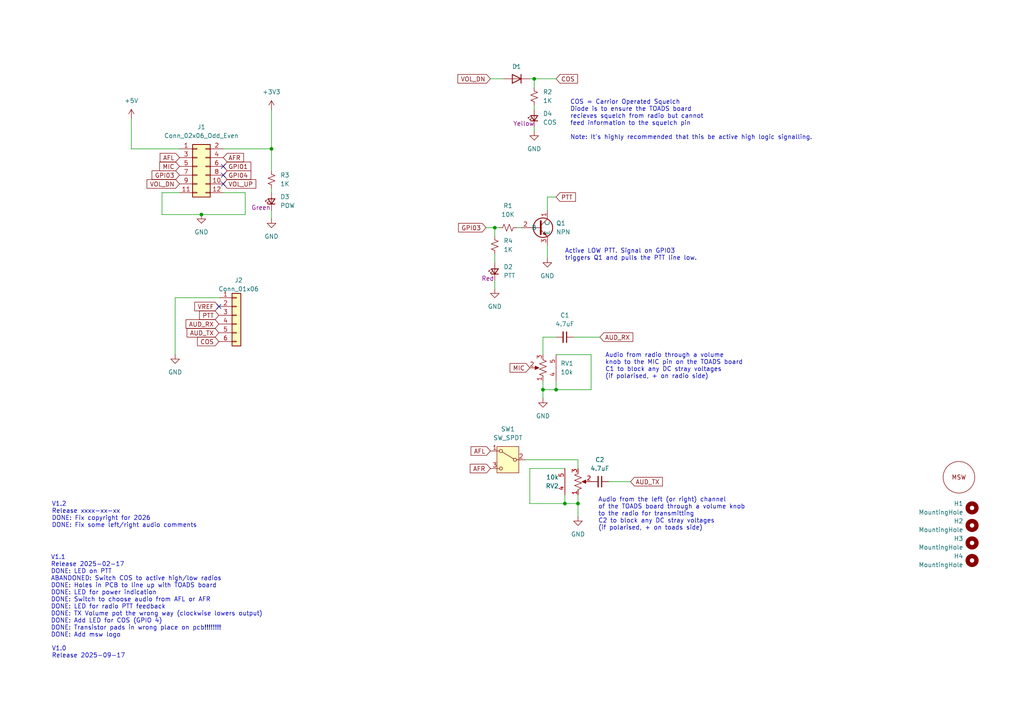
<source format=kicad_sch>
(kicad_sch (version 20250114) (generator "eeschema") (generator_version "9.0")
  (paper "A4")
  (title_block (title "TOADS  Basic Radio Interface") (date "2026-02-17") (rev "1.2") (company "mattsoftware") (comment 1 "©2026 Mattsoftware") (comment 2 "https://www.mattsoftware.com") (comment 3 "Author: Matt Paine VK4TRK") (comment 4 "License: CC By 4.0") (comment 5 "https://creativecommons.org/licenses/by/4.0/ "))
  (lib_symbols
    (symbol "Connector_Generic:Conn_01x06" (pin_names (offset 1.016) (hide yes))
      (property "Reference" "J" (at 0 7.62 0))
      (property "Value" "Conn_01x06" (at 0 -10.16 0))
      (symbol "Conn_01x06_1_1"
        (rectangle (start -1.27 6.35) (end 1.27 -8.89) (stroke (width 0.254)) (fill (type background)))
        (rectangle (start -1.27 5.207) (end 0 4.953) (stroke (width 0.1524)))
        (rectangle (start -1.27 2.667) (end 0 2.413) (stroke (width 0.1524)))
        (rectangle (start -1.27 0.127) (end 0 -0.127) (stroke (width 0.1524)))
        (rectangle (start -1.27 -2.413) (end 0 -2.667) (stroke (width 0.1524)))
        (rectangle (start -1.27 -4.953) (end 0 -5.207) (stroke (width 0.1524)))
        (rectangle (start -1.27 -7.493) (end 0 -7.747) (stroke (width 0.1524)))
        (pin passive line (at -5.08 5.08 0) (length 3.81) (name "Pin_1") (number "1"))
        (pin passive line (at -5.08 2.54 0) (length 3.81) (name "Pin_2") (number "2"))
        (pin passive line (at -5.08 0 0) (length 3.81) (name "Pin_3") (number "3"))
        (pin passive line (at -5.08 -2.54 0) (length 3.81) (name "Pin_4") (number "4"))
        (pin passive line (at -5.08 -5.08 0) (length 3.81) (name "Pin_5") (number "5"))
        (pin passive line (at -5.08 -7.62 0) (length 3.81) (name "Pin_6") (number "6"))
      )
    )
    (symbol "Connector_Generic:Conn_02x06_Odd_Even" (pin_names (offset 1.016) (hide yes))
      (property "Reference" "J" (at 1.27 7.62 0))
      (property "Value" "Conn_02x06_Odd_Even" (at 1.27 -10.16 0))
      (symbol "Conn_02x06_Odd_Even_1_1"
        (rectangle (start -1.27 6.35) (end 3.81 -8.89) (stroke (width 0.254)) (fill (type background)))
        (rectangle (start -1.27 5.207) (end 0 4.953) (stroke (width 0.1524)))
        (rectangle (start -1.27 2.667) (end 0 2.413) (stroke (width 0.1524)))
        (rectangle (start -1.27 0.127) (end 0 -0.127) (stroke (width 0.1524)))
        (rectangle (start -1.27 -2.413) (end 0 -2.667) (stroke (width 0.1524)))
        (rectangle (start -1.27 -4.953) (end 0 -5.207) (stroke (width 0.1524)))
        (rectangle (start -1.27 -7.493) (end 0 -7.747) (stroke (width 0.1524)))
        (rectangle (start 3.81 5.207) (end 2.54 4.953) (stroke (width 0.1524)))
        (rectangle (start 3.81 2.667) (end 2.54 2.413) (stroke (width 0.1524)))
        (rectangle (start 3.81 0.127) (end 2.54 -0.127) (stroke (width 0.1524)))
        (rectangle (start 3.81 -2.413) (end 2.54 -2.667) (stroke (width 0.1524)))
        (rectangle (start 3.81 -4.953) (end 2.54 -5.207) (stroke (width 0.1524)))
        (rectangle (start 3.81 -7.493) (end 2.54 -7.747) (stroke (width 0.1524)))
        (pin passive line (at -5.08 5.08 0) (length 3.81) (name "Pin_1") (number "1"))
        (pin passive line (at -5.08 2.54 0) (length 3.81) (name "Pin_3") (number "3"))
        (pin passive line (at -5.08 0 0) (length 3.81) (name "Pin_5") (number "5"))
        (pin passive line (at -5.08 -2.54 0) (length 3.81) (name "Pin_7") (number "7"))
        (pin passive line (at -5.08 -5.08 0) (length 3.81) (name "Pin_9") (number "9"))
        (pin passive line (at -5.08 -7.62 0) (length 3.81) (name "Pin_11") (number "11"))
        (pin passive line (at 7.62 5.08 180) (length 3.81) (name "Pin_2") (number "2"))
        (pin passive line (at 7.62 2.54 180) (length 3.81) (name "Pin_4") (number "4"))
        (pin passive line (at 7.62 0 180) (length 3.81) (name "Pin_6") (number "6"))
        (pin passive line (at 7.62 -2.54 180) (length 3.81) (name "Pin_8") (number "8"))
        (pin passive line (at 7.62 -5.08 180) (length 3.81) (name "Pin_10") (number "10"))
        (pin passive line (at 7.62 -7.62 180) (length 3.81) (name "Pin_12") (number "12"))
      )
    )
    (symbol "Device:C_Small" (pin_numbers (hide yes)) (pin_names (offset 0.254) (hide yes))
      (property "Reference" "C" (at 0.254 1.778 0))
      (property "Value" "C_Small" (at 0.254 -2.032 0))
      (symbol "C_Small_0_1"
        (polyline (pts (xy -1.524 0.508) (xy 1.524 0.508)) (stroke (width 0.3048)))
        (polyline (pts (xy -1.524 -0.508) (xy 1.524 -0.508)) (stroke (width 0.3302)))
      )
      (symbol "C_Small_1_1"
        (pin passive line (at 0 2.54 270) (length 2.032) (name "~") (number "1"))
        (pin passive line (at 0 -2.54 90) (length 2.032) (name "~") (number "2"))
      )
    )
    (symbol "Device:LED_Small" (pin_numbers (hide yes)) (pin_names (offset 0.254) (hide yes))
      (property "Reference" "D" (at -1.27 3.175 0))
      (property "Value" "LED_Small" (at -4.445 -2.54 0))
      (symbol "LED_Small_0_1"
        (polyline (pts (xy -0.762 -1.016) (xy -0.762 1.016)) (stroke (width 0.254)))
        (polyline (pts (xy 0 0.762) (xy -0.508 1.27) (xy -0.254 1.27) (xy -0.508 1.27) (xy -0.508 1.016)))
        (polyline (pts (xy 0.508 1.27) (xy 0 1.778) (xy 0.254 1.778) (xy 0 1.778) (xy 0 1.524)))
        (polyline (pts (xy 0.762 -1.016) (xy -0.762 0) (xy 0.762 1.016) (xy 0.762 -1.016)) (stroke (width 0.254)))
        (polyline (pts (xy 1.016 0) (xy -0.762 0)))
      )
      (symbol "LED_Small_1_1"
        (pin passive line (at -2.54 0 0) (length 1.778) (name "K") (number "1"))
        (pin passive line (at 2.54 0 180) (length 1.778) (name "A") (number "2"))
      )
    )
    (symbol "Device:R_Small_US" (pin_numbers (hide yes)) (pin_names (offset 0.254) (hide yes))
      (property "Reference" "R" (at 0.762 0.508 0))
      (property "Value" "R_Small_US" (at 0.762 -1.016 0))
      (symbol "R_Small_US_1_1"
        (polyline (pts (xy 0 1.524) (xy 1.016 1.143) (xy 0 0.762) (xy -1.016 0.381) (xy 0 0)))
        (polyline (pts (xy 0 0) (xy 1.016 -0.381) (xy 0 -0.762) (xy -1.016 -1.143) (xy 0 -1.524)))
        (pin passive line (at 0 2.54 270) (length 1.016) (name "~") (number "1"))
        (pin passive line (at 0 -2.54 90) (length 1.016) (name "~") (number "2"))
      )
    )
    (symbol "Diode:1N914" (pin_numbers (hide yes)) (pin_names (hide yes))
      (property "Reference" "D" (at 0 2.54 0))
      (property "Value" "1N914" (at 0 -2.54 0))
      (symbol "1N914_0_1"
        (polyline (pts (xy -1.27 1.27) (xy -1.27 -1.27)) (stroke (width 0.254)))
        (polyline (pts (xy 1.27 1.27) (xy 1.27 -1.27) (xy -1.27 0) (xy 1.27 1.27)) (stroke (width 0.254)))
        (polyline (pts (xy 1.27 0) (xy -1.27 0)))
      )
      (symbol "1N914_1_1"
        (pin passive line (at -3.81 0 0) (length 2.54) (name "K") (number "1"))
        (pin passive line (at 3.81 0 180) (length 2.54) (name "A") (number "2"))
      )
    )
    (symbol "Matt:MSW_Logo"
      (symbol "MSW_Logo_0_1"
        (circle (center 0 0) (radius 4.5791))
      )
      (symbol "MSW_Logo_1_1"
        (text "MSW" (at 0 0 0) (effects (font (size 1.27 1.27))))
      )
    )
    (symbol "Matt:NPN-C2145"
      (property "Reference" "Q" (at 2.794 1.016 0))
      (property "Value" "NPN" (at 4.064 -1.016 0))
      (symbol "NPN-C2145_0_1"
        (polyline (pts (xy -5.08 0) (xy -1.905 0)) (stroke (width 0.1524)))
        (polyline (pts (xy -1.905 1.905) (xy -1.905 -1.905) (xy -1.905 -1.905)) (stroke (width 0.508)))
        (polyline (pts (xy -1.905 0.635) (xy 0 2.54)))
        (polyline (pts (xy -1.905 -0.635) (xy 0 -2.54) (xy 0 -2.54)))
        (circle (center -1.27 0) (radius 2.8194) (stroke (width 0.254)))
        (polyline (pts (xy -1.27 -1.778) (xy -0.762 -1.27) (xy -0.254 -2.286) (xy -1.27 -1.778) (xy -1.27 -1.778)) (fill (type outline)))
        (polyline (pts (xy 0.254 -1.27) (xy 0.254 -1.27)) (stroke (width 0.1524)))
        (polyline (pts (xy 0.254 -1.27) (xy 0.254 -1.27)) (stroke (width 0.1524)))
      )
      (symbol "NPN-C2145_1_1"
        (pin input line (at -7.62 0 0) (length 2.54) (name "B") (number "2"))
        (pin open_collector line (at 0 5.08 270) (length 2.54) (name "C") (number "1"))
        (pin open_emitter line (at 0 -5.08 90) (length 2.54) (name "E") (number "3"))
      )
    )
    (symbol "Matt:R_Potentiometer-10k-C361173"
      (property "Reference" "RV" (at -7.874 1.016 0))
      (property "Value" "10k" (at -7.874 -1.016 0))
      (symbol "R_Potentiometer-10k-C361173_0_1"
        (polyline (pts (xy 0 2.54) (xy 0 2.286)))
        (polyline (pts (xy 0 2.286) (xy 1.016 1.905) (xy 0 1.524) (xy -1.016 1.143) (xy 0 0.762)))
        (polyline (pts (xy 0 0.762) (xy 1.016 0.381) (xy 0 0) (xy -1.016 -0.381) (xy 0 -0.762)))
        (polyline (pts (xy 0 -0.762) (xy 1.016 -1.143) (xy 0 -1.524) (xy -1.016 -1.905) (xy 0 -2.286)))
        (polyline (pts (xy 0 -2.286) (xy 0 -2.54)))
        (polyline (pts (xy 1.143 0) (xy 2.286 0.508) (xy 2.286 -0.508) (xy 1.143 0)) (fill (type outline)))
        (polyline (pts (xy 2.54 0) (xy 1.524 0)))
      )
      (symbol "R_Potentiometer-10k-C361173_1_1"
        (pin passive line (at -3.81 3.81 270) (length 3.81) (name "") (number "4"))
        (pin passive line (at -3.81 -3.81 90) (length 3.81) (name "") (number "5"))
        (pin passive line (at 0 3.81 270) (length 1.27) (name "") (number "1"))
        (pin passive line (at 0 -3.81 90) (length 1.27) (name "") (number "3"))
        (pin passive line (at 3.81 0 180) (length 1.27) (name "") (number "2"))
      )
    )
    (symbol "Mechanical:MountingHole" (pin_names (offset 1.016)) (in_bom no)
      (property "Reference" "H" (at 0 5.08 0))
      (property "Value" "MountingHole" (at 0 3.175 0))
      (symbol "MountingHole_0_1"
        (circle (center 0 0) (radius 1.27) (stroke (width 1.27)))
      )
    )
    (symbol "Switch:SW_SPDT" (pin_names (offset 0) (hide yes))
      (property "Reference" "SW" (at 0 5.08 0))
      (property "Value" "SW_SPDT" (at 0 -5.08 0))
      (symbol "SW_SPDT_0_1"
        (circle (center -2.032 0) (radius 0.4572))
        (polyline (pts (xy -1.651 0.254) (xy 1.651 2.286)))
        (circle (center 2.032 2.54) (radius 0.4572))
        (circle (center 2.032 -2.54) (radius 0.4572))
      )
      (symbol "SW_SPDT_1_1"
        (rectangle (start -3.175 3.81) (end 3.175 -3.81) (fill (type background)))
        (pin passive line (at -5.08 0 0) (length 2.54) (name "B") (number "2"))
        (pin passive line (at 5.08 2.54 180) (length 2.54) (name "A") (number "1"))
        (pin passive line (at 5.08 -2.54 180) (length 2.54) (name "C") (number "3"))
      )
    )
    (symbol "power:+3V3" (power) (pin_numbers (hide yes)) (pin_names (offset 0) (hide yes))
      (property "Value" "+3V3" (at 0 3.556 0))
      (symbol "+3V3_0_1"
        (polyline (pts (xy -0.762 1.27) (xy 0 2.54)))
        (polyline (pts (xy 0 2.54) (xy 0.762 1.27)))
        (polyline (pts (xy 0 0) (xy 0 2.54)))
      )
      (symbol "+3V3_1_1"
        (pin power_in line (at 0 0 90) (length 0) (name "~") (number "1"))
      )
    )
    (symbol "power:+5V" (power) (pin_numbers (hide yes)) (pin_names (offset 0) (hide yes))
      (property "Value" "+5V" (at 0 3.556 0))
      (symbol "+5V_0_1"
        (polyline (pts (xy -0.762 1.27) (xy 0 2.54)))
        (polyline (pts (xy 0 2.54) (xy 0.762 1.27)))
        (polyline (pts (xy 0 0) (xy 0 2.54)))
      )
      (symbol "+5V_1_1"
        (pin power_in line (at 0 0 90) (length 0) (name "~") (number "1"))
      )
    )
    (symbol "power:GND" (power) (pin_numbers (hide yes)) (pin_names (offset 0) (hide yes))
      (property "Value" "GND" (at 0 -3.81 0))
      (symbol "GND_0_1"
        (polyline (pts (xy 0 0) (xy 0 -1.27) (xy 1.27 -1.27) (xy 0 -2.54) (xy -1.27 -1.27) (xy 0 -1.27)))
      )
      (symbol "GND_1_1"
        (pin power_in line (at 0 0 270) (length 0) (name "~") (number "1"))
      )
    )
  )
  (text "Audio from radio through a volume \nknob to the MIC pin on the TOADS board\nC1 to block any DC stray voltages\n(if polarised, + on radio side)" (at 175.514 106.172 0) (effects (font (size 1.27 1.27)) (justify left)))
  (text "Audio from the left (or right) channel \nof the TOADS board through a volume knob \nto the radio for transmitting\nC2 to block any DC stray voltages\n(if polarised, + on toads side)" (at 173.482 149.098 0) (effects (font (size 1.27 1.27)) (justify left)))
  (text "COS = Carrior Operated Squelch\nDiode is to ensure the TOADS board \nrecieves squelch from radio but cannot \nfeed information to the squelch pin\n\nNote: It's highly recommended that this be active high logic signalling. \n" (at 165.354 34.798 0) (effects (font (size 1.27 1.27)) (justify left)))
  (text "V1.1\nRelease 2025-02-17\nDONE: LED on PTT\nABANDONED: Switch COS to active high/low radios\nDONE: Holes in PCB to line up with TOADS board\nDONE: LED for power indication\nDONE: Switch to choose audio from AFL or AFR\nDONE: LED for radio PTT feedback\nDONE: TX Volume pot the wrong way (clockwise lowers output)\nDONE: Add LED for COS (GPIO 4)\nDONE: Transistor pads in wrong place on pcb!!!!!!!!\nDONE: Add msw logo\n" (at 14.732 172.974 0) (effects (font (size 1.27 1.27)) (justify left)))
  (text "V1.0\nRelease 2025-09-17" (at 14.986 189.23 0) (effects (font (size 1.27 1.27)) (justify left)))
  (text "V1.2\nRelease xxxx-xx-xx\nDONE: Fix copyright for 2026\nDONE: Fix some left/right audio comments\n" (at 14.986 149.352 0) (effects (font (size 1.27 1.27)) (justify left)))
  (text "Active LOW PTT. Signal on GPI03 \ntriggers Q1 and pulls the PTT line low." (at 163.83 73.914 0) (effects (font (size 1.27 1.27)) (justify left)))
  (junction (at 163.83 146.05))
  (junction (at 157.48 113.03))
  (junction (at 161.29 113.03))
  (junction (at 167.64 146.05))
  (junction (at 78.74 43.18))
  (junction (at 58.42 62.23))
  (junction (at 154.94 22.86))
  (junction (at 143.51 66.04))
  (no_connect (at 63.5 88.9))
  (no_connect (at 64.77 53.34))
  (no_connect (at 64.77 50.8))
  (no_connect (at 64.77 48.26))
  (wire (pts (xy 71.12 62.23) (xy 58.42 62.23)))
  (wire (pts (xy 78.74 63.5) (xy 78.74 60.96)))
  (wire (pts (xy 163.83 135.89) (xy 153.67 135.89)))
  (wire (pts (xy 158.75 57.15) (xy 161.29 57.15)))
  (wire (pts (xy 161.29 102.87) (xy 171.45 102.87)))
  (wire (pts (xy 167.64 133.35) (xy 167.64 135.89)))
  (wire (pts (xy 157.48 110.49) (xy 157.48 113.03)))
  (wire (pts (xy 154.94 22.86) (xy 161.29 22.86)))
  (wire (pts (xy 143.51 83.82) (xy 143.51 81.28)))
  (wire (pts (xy 161.29 110.49) (xy 161.29 113.03)))
  (wire (pts (xy 78.74 55.88) (xy 78.74 54.61)))
  (wire (pts (xy 46.99 62.23) (xy 58.42 62.23)))
  (wire (pts (xy 153.67 135.89) (xy 153.67 146.05)))
  (wire (pts (xy 143.51 73.66) (xy 143.51 76.2)))
  (wire (pts (xy 149.86 66.04) (xy 151.13 66.04)))
  (wire (pts (xy 50.8 86.36) (xy 63.5 86.36)))
  (wire (pts (xy 167.64 143.51) (xy 167.64 146.05)))
  (wire (pts (xy 142.24 22.86) (xy 146.05 22.86)))
  (wire (pts (xy 52.07 55.88) (xy 46.99 55.88)))
  (wire (pts (xy 161.29 113.03) (xy 171.45 113.03)))
  (wire (pts (xy 176.53 139.7) (xy 182.88 139.7)))
  (wire (pts (xy 78.74 43.18) (xy 78.74 49.53)))
  (wire (pts (xy 50.8 102.87) (xy 50.8 86.36)))
  (wire (pts (xy 143.51 66.04) (xy 144.78 66.04)))
  (wire (pts (xy 38.1 34.29) (xy 38.1 43.18)))
  (wire (pts (xy 154.94 31.75) (xy 154.94 30.48)))
  (wire (pts (xy 163.83 143.51) (xy 163.83 146.05)))
  (wire (pts (xy 154.94 38.1) (xy 154.94 36.83)))
  (wire (pts (xy 171.45 102.87) (xy 171.45 113.03)))
  (wire (pts (xy 71.12 55.88) (xy 71.12 62.23)))
  (wire (pts (xy 152.4 133.35) (xy 167.64 133.35)))
  (wire (pts (xy 161.29 97.79) (xy 157.48 97.79)))
  (wire (pts (xy 140.97 66.04) (xy 143.51 66.04)))
  (wire (pts (xy 167.64 146.05) (xy 167.64 149.86)))
  (wire (pts (xy 38.1 43.18) (xy 52.07 43.18)))
  (wire (pts (xy 158.75 71.12) (xy 158.75 74.93)))
  (wire (pts (xy 78.74 43.18) (xy 64.77 43.18)))
  (wire (pts (xy 157.48 113.03) (xy 161.29 113.03)))
  (wire (pts (xy 78.74 31.75) (xy 78.74 43.18)))
  (wire (pts (xy 154.94 25.4) (xy 154.94 22.86)))
  (wire (pts (xy 46.99 55.88) (xy 46.99 62.23)))
  (wire (pts (xy 153.67 146.05) (xy 163.83 146.05)))
  (wire (pts (xy 64.77 55.88) (xy 71.12 55.88)))
  (wire (pts (xy 157.48 113.03) (xy 157.48 115.57)))
  (wire (pts (xy 163.83 146.05) (xy 167.64 146.05)))
  (wire (pts (xy 143.51 66.04) (xy 143.51 68.58)))
  (wire (pts (xy 157.48 97.79) (xy 157.48 102.87)))
  (wire (pts (xy 158.75 57.15) (xy 158.75 60.96)))
  (wire (pts (xy 166.37 97.79) (xy 173.99 97.79)))
  (wire (pts (xy 153.67 22.86) (xy 154.94 22.86)))
  (global_label "COS" (shape input) (at 63.5 99.06 180) (property "Intersheetrefs" "${INTERSHEET_REFS}" (effects (hide yes))))
  (global_label "AUD_TX" (shape input) (at 63.5 96.52 180) (property "Intersheetrefs" "${INTERSHEET_REFS}" (effects (hide yes))))
  (global_label "GPI01" (shape input) (at 64.77 48.26 0) (property "Intersheetrefs" "${INTERSHEET_REFS}" (effects (hide yes))))
  (global_label "VOL_DN" (shape input) (at 52.07 53.34 180) (property "Intersheetrefs" "${INTERSHEET_REFS}" (effects (hide yes))))
  (global_label "VREF" (shape input) (at 63.5 88.9 180) (property "Intersheetrefs" "${INTERSHEET_REFS}" (effects (hide yes))))
  (global_label "VOL_DN" (shape input) (at 142.24 22.86 180) (property "Intersheetrefs" "${INTERSHEET_REFS}" (effects (hide yes))))
  (global_label "AUD_RX" (shape input) (at 173.99 97.79 0) (property "Intersheetrefs" "${INTERSHEET_REFS}" (effects (hide yes))))
  (global_label "MIC" (shape input) (at 52.07 48.26 180) (property "Intersheetrefs" "${INTERSHEET_REFS}" (effects (hide yes))))
  (global_label "AUD_TX" (shape input) (at 182.88 139.7 0) (property "Intersheetrefs" "${INTERSHEET_REFS}" (effects (hide yes))))
  (global_label "COS" (shape input) (at 161.29 22.86 0) (property "Intersheetrefs" "${INTERSHEET_REFS}" (effects (hide yes))))
  (global_label "AFL" (shape input) (at 142.24 130.81 180) (property "Intersheetrefs" "${INTERSHEET_REFS}" (effects (hide yes))))
  (global_label "AUD_RX" (shape input) (at 63.5 93.98 180) (property "Intersheetrefs" "${INTERSHEET_REFS}" (effects (hide yes))))
  (global_label "PTT" (shape input) (at 161.29 57.15 0) (property "Intersheetrefs" "${INTERSHEET_REFS}" (effects (hide yes))))
  (global_label "AFL" (shape input) (at 52.07 45.72 180) (property "Intersheetrefs" "${INTERSHEET_REFS}" (effects (hide yes))))
  (global_label "VOL_UP" (shape input) (at 64.77 53.34 0) (property "Intersheetrefs" "${INTERSHEET_REFS}" (effects (hide yes))))
  (global_label "PTT" (shape input) (at 63.5 91.44 180) (property "Intersheetrefs" "${INTERSHEET_REFS}" (effects (hide yes))))
  (global_label "MIC" (shape input) (at 153.67 106.68 180) (property "Intersheetrefs" "${INTERSHEET_REFS}" (effects (hide yes))))
  (global_label "AFR" (shape input) (at 64.77 45.72 0) (property "Intersheetrefs" "${INTERSHEET_REFS}" (effects (hide yes))))
  (global_label "AFR" (shape input) (at 142.24 135.89 180) (property "Intersheetrefs" "${INTERSHEET_REFS}" (effects (hide yes))))
  (global_label "GPI04" (shape input) (at 64.77 50.8 0) (property "Intersheetrefs" "${INTERSHEET_REFS}" (effects (hide yes))))
  (global_label "GPI03" (shape input) (at 140.97 66.04 180) (property "Intersheetrefs" "${INTERSHEET_REFS}" (effects (hide yes))))
  (global_label "GPI03" (shape input) (at 52.07 50.8 180) (property "Intersheetrefs" "${INTERSHEET_REFS}" (effects (hide yes))))
  (symbol (lib_id "power:GND") (at 157.48 115.57 0) (unit 1)
    (property "Reference" "#PWR05" (effects (hide yes)))
    (property "Value" "GND" (at 157.48 120.65 0))
    (property "Description" "Power symbol creates a global label with name \"GND\" , ground" (effects (hide yes)))
  )
  (symbol (lib_id "power:GND") (at 158.75 74.93 0) (unit 1)
    (property "Reference" "#PWR04" (effects (hide yes)))
    (property "Value" "GND" (at 158.75 80.01 0))
    (property "Description" "Power symbol creates a global label with name \"GND\" , ground" (effects (hide yes)))
  )
  (symbol (lib_id "Device:R_Small_US") (at 147.32 66.04 90) (unit 1)
    (property "Reference" "R1" (at 147.32 59.69 90))
    (property "Value" "10K" (at 147.32 62.23 90))
    (property "Footprint" "Resistor_SMD:R_0805_2012Metric_Pad1.20x1.40mm_HandSolder" (effects (hide yes)))
    (property "Description" "Resistor, small US symbol" (effects (hide yes)))
    (property "LCSC#" "C17414" (effects (hide yes)))
  )
  (symbol (lib_id "Device:R_Small_US") (at 143.51 71.12 0) (unit 1)
    (property "Reference" "R4" (at 146.05 69.8499 0) (effects (justify left)))
    (property "Value" "1K" (at 146.05 72.3899 0) (effects (justify left)))
    (property "Footprint" "Resistor_SMD:R_0805_2012Metric_Pad1.20x1.40mm_HandSolder" (effects (hide yes)))
    (property "Description" "Resistor, small US symbol" (effects (hide yes)))
    (property "LCSC#" "C17513" (effects (hide yes)))
  )
  (symbol (lib_id "power:+3V3") (at 78.74 31.75 0) (unit 1)
    (property "Reference" "#PWR03" (effects (hide yes)))
    (property "Value" "+3V3" (at 78.74 26.67 0))
    (property "Description" "Power symbol creates a global label with name \"+3V3\"" (effects (hide yes)))
  )
  (symbol (lib_id "Device:C_Small") (at 163.83 97.79 270) (unit 1)
    (property "Reference" "C1" (at 163.8236 91.44 90))
    (property "Value" "4.7uF" (at 163.8236 93.98 90))
    (property "Footprint" "Capacitor_SMD:C_0805_2012Metric_Pad1.18x1.45mm_HandSolder" (effects (hide yes)))
    (property "Description" "Unpolarized capacitor, small symbol" (effects (hide yes)))
    (property "LCSC#" "C1779" (effects (hide yes)))
  )
  (symbol (lib_id "power:GND") (at 154.94 38.1 0) (unit 1)
    (property "Reference" "#PWR010" (effects (hide yes)))
    (property "Value" "GND" (at 154.94 43.18 0))
    (property "Description" "Power symbol creates a global label with name \"GND\" , ground" (effects (hide yes)))
  )
  (symbol (lib_id "Diode:1N914") (at 149.86 22.86 180) (unit 1)
    (property "Reference" "D1" (at 149.86 19.304 0))
    (property "Value" "~" (at 149.86 19.05 0))
    (property "Footprint" "PCM_JLCPCB:D_SOD-123FL" (effects (hide yes)))
    (property "LCSC#" "C64898" (effects (hide yes)))
  )
  (symbol (lib_id "Device:R_Small_US") (at 154.94 27.94 0) (unit 1)
    (property "Reference" "R2" (at 157.48 26.6699 0) (effects (justify left)))
    (property "Value" "1K" (at 157.48 29.2099 0) (effects (justify left)))
    (property "Footprint" "Resistor_SMD:R_0805_2012Metric_Pad1.20x1.40mm_HandSolder" (effects (hide yes)))
    (property "Description" "Resistor, small US symbol" (effects (hide yes)))
    (property "LCSC#" "C17513" (effects (hide yes)))
  )
  (symbol (lib_id "Mechanical:MountingHole") (at 281.94 162.56 0) (mirror y) (unit 1) (in_bom no)
    (property "Reference" "H4" (at 279.4 161.2899 0) (effects (justify left)))
    (property "Value" "MountingHole" (at 279.4 163.8299 0) (effects (justify left)))
    (property "Footprint" "MountingHole:MountingHole_2.5mm_Pad" (effects (hide yes)))
    (property "Description" "Mounting Hole without connection" (effects (hide yes)))
  )
  (symbol (lib_id "power:GND") (at 167.64 149.86 0) (unit 1)
    (property "Reference" "#PWR06" (effects (hide yes)))
    (property "Value" "GND" (at 167.64 154.94 0))
    (property "Description" "Power symbol creates a global label with name \"GND\" , ground" (effects (hide yes)))
  )
  (symbol (lib_id "Device:LED_Small") (at 143.51 78.74 90) (unit 1)
    (property "Reference" "D2" (at 146.05 77.4064 90) (effects (justify right)))
    (property "Value" "PTT" (at 146.05 79.9464 90) (effects (justify right)))
    (property "Footprint" "LED_SMD:LED_0805_2012Metric" (effects (hide yes)))
    (property "Description" "Light emitting diode, small symbol" (effects (hide yes)))
    (property "Sim.Pin" "1=K 2=A" (effects (hide yes)))
    (property "LCSC#" "C84256" (effects (hide yes)))
    (property "Colour" "Red" (at 141.478 80.772 90))
  )
  (symbol (lib_id "Device:LED_Small") (at 154.94 34.29 90) (unit 1)
    (property "Reference" "D4" (at 157.48 32.9564 90) (effects (justify right)))
    (property "Value" "COS" (at 157.48 35.4964 90) (effects (justify right)))
    (property "Footprint" "LED_SMD:LED_0805_2012Metric" (effects (hide yes)))
    (property "Description" "Light emitting diode, small symbol" (effects (hide yes)))
    (property "Sim.Pin" "1=K 2=A" (effects (hide yes)))
    (property "LCSC#" "C2296" (effects (hide yes)))
    (property "Colour" "Yellow" (at 151.892 35.814 90))
  )
  (symbol (lib_id "Matt:MSW_Logo") (at 278.13 138.43 0) (unit 1) (in_bom no)
    (property "Reference" "U1" (effects (hide yes)))
    (property "Value" "MSW_Logo" (effects (hide yes)))
    (property "Footprint" "Matt:MSW" (effects (hide yes)))
  )
  (symbol (lib_id "Mechanical:MountingHole") (at 281.94 157.48 0) (mirror y) (unit 1) (in_bom no)
    (property "Reference" "H3" (at 279.4 156.2099 0) (effects (justify left)))
    (property "Value" "MountingHole" (at 279.4 158.7499 0) (effects (justify left)))
    (property "Footprint" "MountingHole:MountingHole_2.5mm_Pad" (effects (hide yes)))
    (property "Description" "Mounting Hole without connection" (effects (hide yes)))
  )
  (symbol (lib_id "power:GND") (at 143.51 83.82 0) (unit 1)
    (property "Reference" "#PWR07" (effects (hide yes)))
    (property "Value" "GND" (at 143.51 88.9 0))
    (property "Description" "Power symbol creates a global label with name \"GND\" , ground" (effects (hide yes)))
  )
  (symbol (lib_id "Matt:R_Potentiometer-10k-C361173") (at 157.48 106.68 180) (unit 1)
    (property "Reference" "RV1" (at 162.56 105.4099 0) (effects (justify right)))
    (property "Value" "10k" (at 162.56 107.9499 0) (effects (justify right)))
    (property "Footprint" "Matt:R_Potentiometer-10k-C361173" (effects (hide yes)))
    (property "Datasheet" "https://jlcpcb.com/api/file/downloadByFileSystemAccessId/8588896484305063936" (effects (hide yes)))
    (property "Description" "Potentiometer, US symbol" (effects (hide yes)))
    (property "LCSC#" "C361173" (effects (hide yes)))
  )
  (symbol (lib_id "power:GND") (at 78.74 63.5 0) (unit 1)
    (property "Reference" "#PWR08" (effects (hide yes)))
    (property "Value" "GND" (at 78.74 68.58 0))
    (property "Description" "Power symbol creates a global label with name \"GND\" , ground" (effects (hide yes)))
  )
  (symbol (lib_id "Connector_Generic:Conn_01x06") (at 68.58 91.44 0) (unit 1)
    (property "Reference" "J2" (at 69.215 81.28 0))
    (property "Value" "Conn_01x06" (at 69.215 83.82 0))
    (property "Footprint" "Connector_PinHeader_2.54mm:PinHeader_1x06_P2.54mm_Vertical" (effects (hide yes)))
    (property "Description" "Generic connector, single row, 01x06, script generated (kicad-library-utils/schlib/autogen/connector/)" (effects (hide yes)))
    (property "LCSC#" "C37208" (effects (hide yes)))
  )
  (symbol (lib_id "Mechanical:MountingHole") (at 281.94 147.32 0) (mirror y) (unit 1) (in_bom no)
    (property "Reference" "H1" (at 279.4 146.0499 0) (effects (justify left)))
    (property "Value" "MountingHole" (at 279.4 148.5899 0) (effects (justify left)))
    (property "Footprint" "MountingHole:MountingHole_2.5mm_Pad" (effects (hide yes)))
    (property "Description" "Mounting Hole without connection" (effects (hide yes)))
  )
  (symbol (lib_id "Matt:NPN-C2145") (at 158.75 66.04 0) (unit 1)
    (property "Reference" "Q1" (at 161.29 64.7699 0) (effects (justify left)))
    (property "Value" "NPN" (at 161.29 67.3099 0) (effects (justify left)))
    (property "Footprint" "Package_TO_SOT_SMD:SOT-23_Handsoldering" (effects (hide yes)))
    (property "LCSC#" "C2145" (effects (hide yes)))
  )
  (symbol (lib_id "Device:R_Small_US") (at 78.74 52.07 0) (unit 1)
    (property "Reference" "R3" (at 81.28 50.7999 0) (effects (justify left)))
    (property "Value" "1K" (at 81.28 53.3399 0) (effects (justify left)))
    (property "Footprint" "Resistor_SMD:R_0805_2012Metric_Pad1.20x1.40mm_HandSolder" (effects (hide yes)))
    (property "Description" "Resistor, small US symbol" (effects (hide yes)))
    (property "LCSC#" "C17513" (effects (hide yes)))
  )
  (symbol (lib_id "power:GND") (at 58.42 62.23 0) (unit 1)
    (property "Reference" "#PWR01" (effects (hide yes)))
    (property "Value" "GND" (at 58.42 67.31 0))
    (property "Description" "Power symbol creates a global label with name \"GND\" , ground" (effects (hide yes)))
  )
  (symbol (lib_id "Connector_Generic:Conn_02x06_Odd_Even") (at 57.15 48.26 0) (unit 1)
    (property "Reference" "J1" (at 58.42 36.83 0))
    (property "Value" "Conn_02x06_Odd_Even" (at 58.42 39.37 0))
    (property "Footprint" "Connector_PinHeader_2.54mm:PinHeader_2x06_P2.54mm_Vertical" (effects (hide yes)))
    (property "Description" "Generic connector, double row, 02x06, odd/even pin numbering scheme (row 1 odd numbers, row 2 even numbers), script generated (kicad-library-utils/schlib/autogen/connector/)" (effects (hide yes)))
    (property "LCSC#" "C124388" (effects (hide yes)))
  )
  (symbol (lib_id "Device:LED_Small") (at 78.74 58.42 90) (unit 1)
    (property "Reference" "D3" (at 81.28 57.0864 90) (effects (justify right)))
    (property "Value" "POW" (at 81.28 59.6264 90) (effects (justify right)))
    (property "Footprint" "LED_SMD:LED_0805_2012Metric" (effects (hide yes)))
    (property "Description" "Light emitting diode, small symbol" (effects (hide yes)))
    (property "Sim.Pin" "1=K 2=A" (effects (hide yes)))
    (property "LCSC#" "C2297" (effects (hide yes)))
    (property "Colour" "Green" (at 75.692 60.198 90))
  )
  (symbol (lib_id "Matt:R_Potentiometer-10k-C361173") (at 167.64 139.7 0) (mirror x) (unit 1)
    (property "Reference" "RV2" (at 162.052 140.97 0) (effects (justify right)))
    (property "Value" "10k" (at 162.052 138.43 0) (effects (justify right)))
    (property "Footprint" "Matt:R_Potentiometer-10k-C361173" (effects (hide yes)))
    (property "Datasheet" "https://jlcpcb.com/api/file/downloadByFileSystemAccessId/8588896484305063936" (effects (hide yes)))
    (property "Description" "Potentiometer, US symbol" (effects (hide yes)))
    (property "LCSC#" "C361173" (effects (hide yes)))
  )
  (symbol (lib_id "Device:C_Small") (at 173.99 139.7 270) (unit 1)
    (property "Reference" "C2" (at 173.9836 133.35 90))
    (property "Value" "4.7uF" (at 173.9836 135.89 90))
    (property "Footprint" "Capacitor_SMD:C_0805_2012Metric_Pad1.18x1.45mm_HandSolder" (effects (hide yes)))
    (property "Description" "Unpolarized capacitor, small symbol" (effects (hide yes)))
    (property "LCSC#" "C1779" (effects (hide yes)))
  )
  (symbol (lib_id "power:GND") (at 50.8 102.87 0) (unit 1)
    (property "Reference" "#PWR09" (effects (hide yes)))
    (property "Value" "GND" (at 50.8 107.95 0))
    (property "Description" "Power symbol creates a global label with name \"GND\" , ground" (effects (hide yes)))
  )
  (symbol (lib_id "Mechanical:MountingHole") (at 281.94 152.4 0) (mirror y) (unit 1) (in_bom no)
    (property "Reference" "H2" (at 279.4 151.1299 0) (effects (justify left)))
    (property "Value" "MountingHole" (at 279.4 153.6699 0) (effects (justify left)))
    (property "Footprint" "MountingHole:MountingHole_2.5mm_Pad" (effects (hide yes)))
    (property "Description" "Mounting Hole without connection" (effects (hide yes)))
  )
  (symbol (lib_id "Switch:SW_SPDT") (at 147.32 133.35 0) (mirror y) (unit 1)
    (property "Reference" "SW1" (at 147.32 124.46 0))
    (property "Value" "SW_SPDT" (at 147.32 127 0))
    (property "Footprint" "Matt:SW-SPDT-C49023767" (effects (hide yes)))
    (property "Description" "Switch, single pole double throw" (effects (hide yes)))
    (property "LCSC#" "C49023767" (effects (hide yes)))
  )
  (symbol (lib_id "power:+5V") (at 38.1 34.29 0) (unit 1)
    (property "Reference" "#PWR02" (effects (hide yes)))
    (property "Value" "+5V" (at 38.1 29.21 0))
    (property "Description" "Power symbol creates a global label with name \"+5V\"" (effects (hide yes)))
  )
)
</source>
